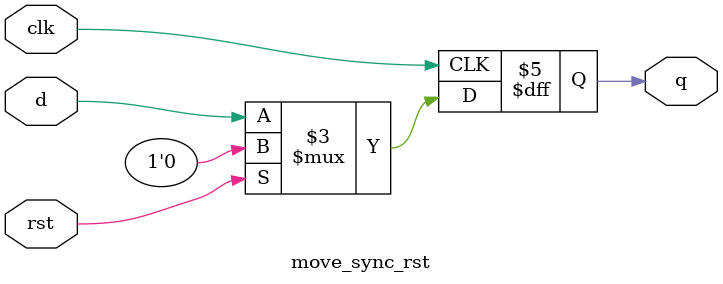
<source format=sv>
module move_sync_rst 
(
  input logic clk,
  input logic rst,
  input logic d,
  output logic q
);

  always_ff @(posedge clk) begin
    if (rst) begin
      q <= '0;
    end else begin
      q <= d;
    end
  end
endmodule

</source>
